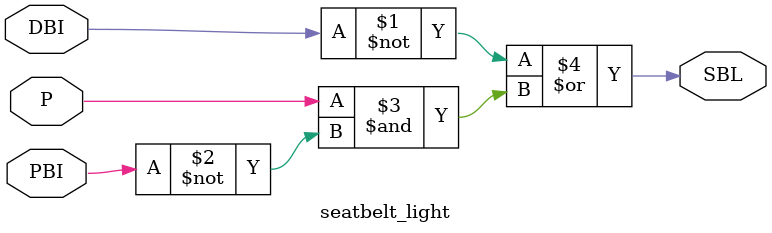
<source format=sv>
module seatbelt_light (
	input  logic DBI,  // driver belt in
	input  logic PBI,  // passenger belt in
	input  logic P,    // passenger
	output logic SBL   // seatbelt light on
	);
	
	assign SBL = (~DBI) | (P & ~PBI);

endmodule  // seatbelt_light

</source>
